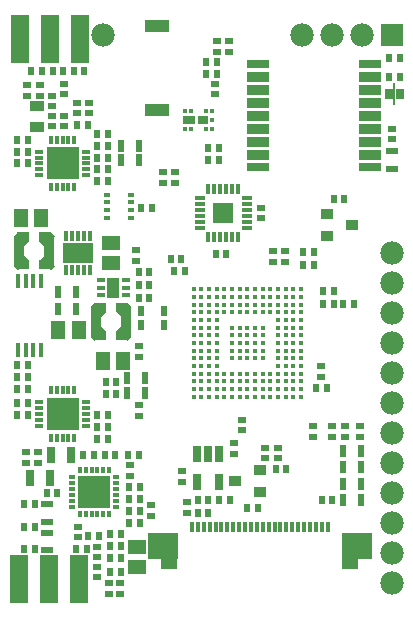
<source format=gts>
G75*
%MOIN*%
%OFA0B0*%
%FSLAX24Y24*%
%IPPOS*%
%LPD*%
%AMOC8*
5,1,8,0,0,1.08239X$1,22.5*
%
%ADD10R,0.0138X0.0316*%
%ADD11R,0.0316X0.0138*%
%ADD12R,0.1064X0.1064*%
%ADD13R,0.0197X0.0276*%
%ADD14R,0.0640X0.1640*%
%ADD15R,0.0237X0.0394*%
%ADD16R,0.0276X0.0197*%
%ADD17R,0.0512X0.0355*%
%ADD18R,0.0237X0.0178*%
%ADD19R,0.0749X0.0316*%
%ADD20R,0.0749X0.0355*%
%ADD21R,0.0394X0.0355*%
%ADD22R,0.0827X0.0434*%
%ADD23R,0.0394X0.0237*%
%ADD24C,0.0158*%
%ADD25R,0.0780X0.0780*%
%ADD26C,0.0780*%
%ADD27R,0.0340X0.1040*%
%ADD28R,0.0390X0.0140*%
%ADD29R,0.0190X0.0215*%
%ADD30R,0.0181X0.0181*%
%ADD31R,0.0252X0.0252*%
%ADD32R,0.0178X0.0512*%
%ADD33R,0.0473X0.0631*%
%ADD34R,0.0213X0.0351*%
%ADD35R,0.0280X0.0180*%
%ADD36R,0.0430X0.0670*%
%ADD37R,0.0158X0.0340*%
%ADD38R,0.0985X0.0670*%
%ADD39R,0.0631X0.0473*%
%ADD40R,0.0260X0.0560*%
%ADD41R,0.0248X0.0142*%
%ADD42R,0.0142X0.0248*%
%ADD43R,0.1103X0.1103*%
%ADD44R,0.0316X0.0552*%
%ADD45R,0.0158X0.0158*%
%ADD46R,0.0434X0.0257*%
%ADD47R,0.0355X0.0257*%
%ADD48R,0.0355X0.0158*%
%ADD49R,0.0158X0.0355*%
%ADD50R,0.0669X0.0669*%
%ADD51R,0.0060X0.0720*%
%ADD52R,0.0270X0.0355*%
%ADD53R,0.0453X0.0866*%
%ADD54R,0.0512X0.1201*%
%ADD55R,0.0985X0.0906*%
%ADD56R,0.0552X0.0375*%
D10*
X003022Y007133D03*
X003219Y007133D03*
X003415Y007133D03*
X003612Y007133D03*
X003809Y007133D03*
X003809Y008708D03*
X003612Y008708D03*
X003415Y008708D03*
X003219Y008708D03*
X003022Y008708D03*
X003022Y015479D03*
X003219Y015479D03*
X003415Y015479D03*
X003612Y015479D03*
X003809Y015479D03*
X003809Y017054D03*
X003612Y017054D03*
X003415Y017054D03*
X003219Y017054D03*
X003022Y017054D03*
D11*
X002628Y016660D03*
X002628Y016464D03*
X002628Y016267D03*
X002628Y016070D03*
X002628Y015873D03*
X004203Y015873D03*
X004203Y016070D03*
X004203Y016267D03*
X004203Y016464D03*
X004203Y016660D03*
X004203Y008314D03*
X004203Y008117D03*
X004203Y007920D03*
X004203Y007723D03*
X004203Y007527D03*
X002628Y007527D03*
X002628Y007723D03*
X002628Y007920D03*
X002628Y008117D03*
X002628Y008314D03*
D12*
X003415Y007920D03*
X003415Y016267D03*
D13*
X003907Y017566D03*
X004262Y017566D03*
X004577Y017251D03*
X004931Y017251D03*
X004931Y016857D03*
X004931Y016464D03*
X004577Y016464D03*
X004577Y016857D03*
X004577Y016070D03*
X004931Y016070D03*
X004931Y015676D03*
X004577Y015676D03*
X006033Y014771D03*
X006388Y014771D03*
X007018Y013078D03*
X007372Y013078D03*
X007490Y012684D03*
X007136Y012684D03*
X006309Y012645D03*
X005955Y012645D03*
X005955Y012212D03*
X006309Y012212D03*
X006309Y011779D03*
X005955Y011779D03*
X005207Y008983D03*
X005207Y008590D03*
X004852Y008590D03*
X004852Y008983D03*
X004931Y007881D03*
X004577Y007881D03*
X004577Y007487D03*
X004931Y007487D03*
X004931Y007094D03*
X004577Y007094D03*
X004459Y006542D03*
X004813Y006542D03*
X005167Y006542D03*
X005600Y006542D03*
X005955Y006542D03*
X005994Y005479D03*
X005994Y005086D03*
X005994Y004692D03*
X005994Y004298D03*
X005640Y004298D03*
X005364Y003905D03*
X005364Y003511D03*
X005364Y003117D03*
X005364Y002645D03*
X005010Y002645D03*
X005010Y003117D03*
X005010Y003511D03*
X005010Y003905D03*
X004616Y003845D03*
X004262Y003845D03*
X004222Y003432D03*
X003868Y003432D03*
X002490Y003432D03*
X002136Y003432D03*
X002136Y004141D03*
X002490Y004141D03*
X002490Y004928D03*
X002136Y004928D03*
X002884Y005282D03*
X003238Y005282D03*
X004104Y006542D03*
X005640Y005479D03*
X005640Y005086D03*
X005640Y004692D03*
X007923Y004613D03*
X007923Y005046D03*
X008278Y005046D03*
X008632Y005046D03*
X008986Y005046D03*
X009577Y004771D03*
X009931Y004771D03*
X010522Y006070D03*
X010876Y006070D03*
X012057Y005046D03*
X012411Y005046D03*
X012215Y008786D03*
X011860Y008786D03*
X012096Y011582D03*
X012451Y011582D03*
X012766Y011582D03*
X012451Y012015D03*
X012096Y012015D03*
X011782Y012871D03*
X011782Y013304D03*
X011427Y013304D03*
X011427Y012871D03*
X012451Y015086D03*
X012805Y015086D03*
X013120Y011582D03*
X008868Y013235D03*
X008514Y013235D03*
X008632Y016385D03*
X008278Y016385D03*
X008278Y016779D03*
X008632Y016779D03*
X008553Y019259D03*
X008553Y019653D03*
X008199Y019653D03*
X008199Y019259D03*
X004144Y019338D03*
X003789Y019338D03*
X003435Y019338D03*
X003081Y019338D03*
X002726Y019338D03*
X002372Y019338D03*
X002254Y017054D03*
X001900Y017054D03*
X001900Y016660D03*
X001900Y016267D03*
X002254Y016267D03*
X002254Y016660D03*
X002254Y009534D03*
X001900Y009534D03*
X001900Y009141D03*
X002254Y009141D03*
X002254Y008747D03*
X001900Y008747D03*
X001900Y008275D03*
X002254Y008275D03*
X002254Y007881D03*
X001900Y007881D03*
X008278Y004613D03*
X014301Y019141D03*
X014656Y019141D03*
X014656Y019771D03*
X014301Y019771D03*
D14*
X001978Y002428D03*
X002978Y002428D03*
X003978Y002428D03*
X003986Y020420D03*
X002986Y020420D03*
X001986Y020420D03*
D15*
X005364Y016857D03*
X005364Y016385D03*
X005955Y016385D03*
X005955Y016857D03*
X003868Y011975D03*
X003868Y011424D03*
X003278Y011424D03*
X003278Y011975D03*
X005561Y009101D03*
X005561Y008629D03*
X006152Y008629D03*
X006152Y009101D03*
X012766Y006700D03*
X012766Y006149D03*
X012766Y005597D03*
X012766Y005046D03*
X013356Y005046D03*
X013356Y005597D03*
X013356Y006149D03*
X013356Y006700D03*
D16*
X013337Y007153D03*
X013337Y007507D03*
X012825Y007507D03*
X012825Y007153D03*
X012392Y007153D03*
X012392Y007507D03*
X011762Y007507D03*
X011762Y007153D03*
X010581Y006798D03*
X010581Y006444D03*
X010148Y006444D03*
X010148Y006798D03*
X009400Y007369D03*
X009400Y007723D03*
X009124Y006936D03*
X009124Y006582D03*
X007549Y004987D03*
X007549Y004633D03*
X007392Y005656D03*
X007392Y006011D03*
X006368Y004869D03*
X006368Y004515D03*
X005659Y005853D03*
X005659Y006208D03*
X005974Y007861D03*
X005974Y008216D03*
X005974Y009830D03*
X005974Y010184D03*
X005856Y013019D03*
X005856Y013373D03*
X006762Y015617D03*
X006762Y015971D03*
X007156Y015971D03*
X007156Y015617D03*
X008494Y018570D03*
X008494Y018924D03*
X008573Y019987D03*
X008573Y020342D03*
X008967Y020342D03*
X008967Y019987D03*
X010030Y014790D03*
X010030Y014436D03*
X010423Y013334D03*
X010423Y012979D03*
X010817Y012979D03*
X010817Y013334D03*
X012037Y009515D03*
X012037Y009160D03*
X014400Y017074D03*
X014400Y017428D03*
X004557Y003491D03*
X004557Y003137D03*
X004557Y002822D03*
X004557Y002468D03*
X004951Y002271D03*
X004951Y001916D03*
X005345Y001916D03*
X005345Y002271D03*
X003927Y003806D03*
X003927Y004160D03*
X002589Y006286D03*
X002589Y006641D03*
X002195Y006641D03*
X002195Y006286D03*
X003061Y017507D03*
X003061Y017861D03*
X003061Y018176D03*
X003061Y018531D03*
X003455Y018570D03*
X003455Y018924D03*
X003888Y018294D03*
X003888Y017940D03*
X004282Y017940D03*
X004282Y018294D03*
X003455Y017861D03*
X003455Y017507D03*
X002667Y018531D03*
X002667Y018885D03*
X002234Y018885D03*
X002234Y018531D03*
D17*
X002549Y018196D03*
X002549Y017487D03*
D18*
X004902Y015233D03*
X004902Y014977D03*
X004902Y014721D03*
X004902Y014466D03*
X005709Y014466D03*
X005709Y014721D03*
X005709Y014977D03*
X005709Y015233D03*
D19*
X009931Y016149D03*
X009931Y019574D03*
X013671Y019574D03*
X013671Y016149D03*
D20*
X013671Y016562D03*
X013671Y016995D03*
X013671Y017428D03*
X013671Y017861D03*
X013671Y018294D03*
X013671Y018727D03*
X013671Y019160D03*
X009931Y019160D03*
X009931Y018727D03*
X009931Y018294D03*
X009931Y017861D03*
X009931Y017428D03*
X009931Y016995D03*
X009931Y016562D03*
D21*
X012234Y014594D03*
X012234Y013845D03*
X013061Y014219D03*
X009990Y006050D03*
X009990Y005302D03*
X009163Y005676D03*
D22*
X006565Y018048D03*
X006565Y020844D03*
D23*
X014400Y016680D03*
X014400Y016090D03*
X002904Y004908D03*
X002904Y004318D03*
X002904Y003964D03*
X002904Y003373D03*
D24*
X007785Y008491D03*
X007785Y008747D03*
X007785Y009003D03*
X007785Y009259D03*
X007785Y009515D03*
X008041Y009515D03*
X008041Y009259D03*
X008041Y009003D03*
X008041Y008747D03*
X008041Y008491D03*
X008297Y008491D03*
X008297Y008747D03*
X008297Y009003D03*
X008297Y009259D03*
X008297Y009515D03*
X008297Y009771D03*
X008297Y010027D03*
X008297Y010282D03*
X008297Y010538D03*
X008297Y010794D03*
X008041Y010794D03*
X007785Y010794D03*
X007785Y010538D03*
X007785Y010282D03*
X007785Y010027D03*
X007785Y009771D03*
X008041Y009771D03*
X008041Y010027D03*
X008041Y010282D03*
X008041Y010538D03*
X008041Y011050D03*
X007785Y011050D03*
X007785Y011306D03*
X007785Y011562D03*
X007785Y011818D03*
X007785Y012074D03*
X008041Y012074D03*
X008041Y011818D03*
X008041Y011562D03*
X008041Y011306D03*
X008297Y011306D03*
X008297Y011050D03*
X008553Y011050D03*
X008553Y011306D03*
X008553Y011562D03*
X008553Y011818D03*
X008553Y012074D03*
X008809Y012074D03*
X008809Y011818D03*
X008809Y011562D03*
X008809Y011306D03*
X009065Y011306D03*
X009065Y011562D03*
X009065Y011818D03*
X009065Y012074D03*
X009321Y012074D03*
X009577Y012074D03*
X009577Y011818D03*
X009577Y011562D03*
X009577Y011306D03*
X009321Y011306D03*
X009321Y011562D03*
X009321Y011818D03*
X009833Y011818D03*
X009833Y012074D03*
X010089Y012074D03*
X010345Y012074D03*
X010345Y011818D03*
X010345Y011562D03*
X010345Y011306D03*
X010089Y011306D03*
X010089Y011562D03*
X010089Y011818D03*
X009833Y011562D03*
X009833Y011306D03*
X009833Y010794D03*
X009833Y010538D03*
X009833Y010282D03*
X009833Y010027D03*
X009833Y009771D03*
X010089Y009771D03*
X010089Y010027D03*
X010089Y010282D03*
X010089Y010538D03*
X010089Y010794D03*
X010600Y010794D03*
X010600Y010538D03*
X010600Y010282D03*
X010600Y010027D03*
X010600Y009771D03*
X010600Y009515D03*
X010600Y009259D03*
X010600Y009003D03*
X010600Y008747D03*
X010600Y008491D03*
X010345Y008491D03*
X010345Y008747D03*
X010345Y009003D03*
X010345Y009259D03*
X010089Y009259D03*
X010089Y009003D03*
X010089Y008747D03*
X010089Y008491D03*
X009833Y008491D03*
X009833Y008747D03*
X009833Y009003D03*
X009833Y009259D03*
X009577Y009259D03*
X009577Y009003D03*
X009577Y008747D03*
X009577Y008491D03*
X009321Y008491D03*
X009321Y008747D03*
X009321Y009003D03*
X009321Y009259D03*
X009065Y009259D03*
X009065Y009003D03*
X009065Y008747D03*
X009065Y008491D03*
X008809Y008491D03*
X008553Y008491D03*
X008553Y008747D03*
X008553Y009003D03*
X008553Y009259D03*
X008553Y009515D03*
X008809Y009259D03*
X008809Y009003D03*
X008809Y008747D03*
X008553Y009771D03*
X008553Y010027D03*
X008553Y010282D03*
X008553Y010538D03*
X008553Y010794D03*
X009065Y010794D03*
X009065Y010538D03*
X009065Y010282D03*
X009065Y010027D03*
X009065Y009771D03*
X009321Y009771D03*
X009321Y010027D03*
X009321Y010282D03*
X009577Y010282D03*
X009577Y010027D03*
X009577Y009771D03*
X009577Y010538D03*
X009321Y010538D03*
X009321Y010794D03*
X009577Y010794D03*
X010600Y011050D03*
X010600Y011306D03*
X010600Y011562D03*
X010600Y011818D03*
X010600Y012074D03*
X010856Y012074D03*
X010856Y011818D03*
X010856Y011562D03*
X010856Y011306D03*
X010856Y011050D03*
X011112Y011050D03*
X011112Y011306D03*
X011112Y011562D03*
X011112Y011818D03*
X011112Y012074D03*
X011368Y012074D03*
X011368Y011818D03*
X011368Y011562D03*
X011368Y011306D03*
X011368Y011050D03*
X011368Y010794D03*
X011368Y010538D03*
X011368Y010282D03*
X011368Y010027D03*
X011368Y009771D03*
X011112Y009771D03*
X011112Y010027D03*
X011112Y010282D03*
X010856Y010282D03*
X010856Y010027D03*
X010856Y009771D03*
X010856Y009515D03*
X010856Y009259D03*
X010856Y009003D03*
X010856Y008747D03*
X010856Y008491D03*
X011112Y008491D03*
X011112Y008747D03*
X011112Y009003D03*
X011112Y009259D03*
X011112Y009515D03*
X011368Y009515D03*
X011368Y009259D03*
X011368Y009003D03*
X011368Y008747D03*
X011368Y008491D03*
X011112Y010538D03*
X010856Y010538D03*
X010856Y010794D03*
X011112Y010794D03*
X008297Y011562D03*
X008297Y011818D03*
X008297Y012074D03*
D25*
X014400Y020558D03*
D26*
X013400Y020558D03*
X012400Y020558D03*
X011400Y020558D03*
X014400Y013290D03*
X014400Y012290D03*
X014400Y011290D03*
X014400Y010290D03*
X014400Y009290D03*
X014400Y008290D03*
X014400Y007290D03*
X014400Y006290D03*
X014400Y005290D03*
X014400Y004290D03*
X014400Y003290D03*
X014400Y002290D03*
X004754Y020558D03*
D27*
X002970Y013353D03*
X001970Y013353D03*
X004530Y010991D03*
X005530Y010991D03*
D28*
X005405Y010441D03*
X004655Y010441D03*
X004655Y011541D03*
X005405Y011541D03*
X002845Y012803D03*
X002095Y012803D03*
X002095Y013903D03*
X002845Y013903D03*
D29*
X002745Y013766D03*
X002195Y013766D03*
X002195Y012941D03*
X002745Y012941D03*
X004755Y011404D03*
X005305Y011404D03*
X005305Y010579D03*
X004755Y010579D03*
D30*
G36*
X004606Y010491D02*
X004479Y010364D01*
X004352Y010491D01*
X004479Y010618D01*
X004606Y010491D01*
G37*
G36*
X004606Y011491D02*
X004479Y011364D01*
X004352Y011491D01*
X004479Y011618D01*
X004606Y011491D01*
G37*
G36*
X005453Y011491D02*
X005580Y011618D01*
X005707Y011491D01*
X005580Y011364D01*
X005453Y011491D01*
G37*
G36*
X005453Y010491D02*
X005580Y010618D01*
X005707Y010491D01*
X005580Y010364D01*
X005453Y010491D01*
G37*
G36*
X002894Y012853D02*
X003021Y012980D01*
X003148Y012853D01*
X003021Y012726D01*
X002894Y012853D01*
G37*
G36*
X002894Y013854D02*
X003021Y013981D01*
X003148Y013854D01*
X003021Y013727D01*
X002894Y013854D01*
G37*
G36*
X002047Y013854D02*
X001920Y013727D01*
X001793Y013854D01*
X001920Y013981D01*
X002047Y013854D01*
G37*
G36*
X002047Y012853D02*
X001920Y012726D01*
X001793Y012853D01*
X001920Y012980D01*
X002047Y012853D01*
G37*
D31*
G36*
X002298Y013029D02*
X002120Y012851D01*
X001942Y013029D01*
X002120Y013207D01*
X002298Y013029D01*
G37*
G36*
X002642Y013029D02*
X002820Y013207D01*
X002998Y013029D01*
X002820Y012851D01*
X002642Y013029D01*
G37*
G36*
X002642Y013677D02*
X002820Y013855D01*
X002998Y013677D01*
X002820Y013499D01*
X002642Y013677D01*
G37*
G36*
X002298Y013677D02*
X002120Y013499D01*
X001942Y013677D01*
X002120Y013855D01*
X002298Y013677D01*
G37*
G36*
X004858Y011315D02*
X004680Y011137D01*
X004502Y011315D01*
X004680Y011493D01*
X004858Y011315D01*
G37*
G36*
X004858Y010667D02*
X004680Y010489D01*
X004502Y010667D01*
X004680Y010845D01*
X004858Y010667D01*
G37*
G36*
X005202Y010667D02*
X005380Y010845D01*
X005558Y010667D01*
X005380Y010489D01*
X005202Y010667D01*
G37*
G36*
X005202Y011315D02*
X005380Y011493D01*
X005558Y011315D01*
X005380Y011137D01*
X005202Y011315D01*
G37*
D32*
X002697Y012340D03*
X002441Y012340D03*
X002185Y012340D03*
X001929Y012340D03*
X001929Y010036D03*
X002185Y010036D03*
X002441Y010036D03*
X002697Y010036D03*
D33*
X003278Y010716D03*
X003947Y010716D03*
X004774Y009692D03*
X005443Y009692D03*
X002687Y014456D03*
X002018Y014456D03*
D34*
X006026Y011344D03*
X006026Y010875D03*
X006789Y010875D03*
X006789Y011344D03*
D35*
X005518Y011873D03*
X005518Y012133D03*
X005518Y012393D03*
X004698Y012393D03*
X004698Y012133D03*
X004698Y011873D03*
D36*
X005108Y012133D03*
D37*
X004321Y012715D03*
X004124Y012715D03*
X003927Y012715D03*
X003730Y012715D03*
X003533Y012715D03*
X003533Y013835D03*
X003730Y013835D03*
X003927Y013835D03*
X004124Y013835D03*
X004321Y013835D03*
D38*
X003927Y013275D03*
D39*
X005030Y013609D03*
X005030Y012940D03*
X005896Y003491D03*
X005896Y002822D03*
D40*
X007888Y005639D03*
X007888Y006579D03*
X008258Y006579D03*
X008628Y006579D03*
X008628Y005639D03*
D41*
X005212Y005617D03*
X005212Y005420D03*
X005212Y005223D03*
X005212Y005027D03*
X005212Y004830D03*
X005212Y005814D03*
X003745Y005814D03*
X003745Y005617D03*
X003745Y005420D03*
X003745Y005223D03*
X003745Y005027D03*
X003745Y004830D03*
D42*
X003986Y004588D03*
X004183Y004588D03*
X004380Y004588D03*
X004577Y004588D03*
X004774Y004588D03*
X004970Y004588D03*
X004970Y006056D03*
X004774Y006056D03*
X004577Y006056D03*
X004380Y006056D03*
X004183Y006056D03*
X003986Y006056D03*
D43*
X004478Y005322D03*
D44*
X003711Y006542D03*
X003041Y006542D03*
X003002Y005794D03*
X002333Y005794D03*
D45*
X007500Y017428D03*
X007709Y017428D03*
X008209Y017428D03*
X008386Y017428D03*
X008386Y017723D03*
X008386Y018019D03*
X008209Y018019D03*
X007709Y018019D03*
X007500Y018019D03*
D46*
X007638Y017723D03*
D47*
X008110Y017723D03*
D48*
X007982Y015105D03*
X007982Y014908D03*
X007982Y014712D03*
X007982Y014515D03*
X007982Y014318D03*
X007982Y014121D03*
X009557Y014121D03*
X009557Y014318D03*
X009557Y014515D03*
X009557Y014712D03*
X009557Y014908D03*
X009557Y015105D03*
D49*
X009262Y015401D03*
X009065Y015401D03*
X008868Y015401D03*
X008671Y015401D03*
X008474Y015401D03*
X008278Y015401D03*
X008278Y013826D03*
X008474Y013826D03*
X008671Y013826D03*
X008868Y013826D03*
X009065Y013826D03*
X009262Y013826D03*
X009301Y004141D03*
X009104Y004141D03*
X008907Y004141D03*
X008711Y004141D03*
X008514Y004141D03*
X008317Y004141D03*
X008120Y004141D03*
X007923Y004141D03*
X007726Y004141D03*
X009498Y004141D03*
X009695Y004141D03*
X009892Y004141D03*
X010089Y004141D03*
X010285Y004141D03*
X010482Y004141D03*
X010679Y004141D03*
X010876Y004141D03*
X011073Y004141D03*
X011270Y004141D03*
X011467Y004141D03*
X011663Y004141D03*
X011860Y004141D03*
X012057Y004141D03*
X012254Y004141D03*
D50*
X008770Y014613D03*
D51*
X014478Y018590D03*
D52*
X014308Y018590D03*
X014648Y018590D03*
D53*
X013465Y003511D03*
X006516Y003511D03*
D54*
X006978Y003344D03*
X013002Y003344D03*
D55*
X013219Y003511D03*
X006762Y003511D03*
D56*
X006978Y002910D03*
X013002Y002910D03*
M02*

</source>
